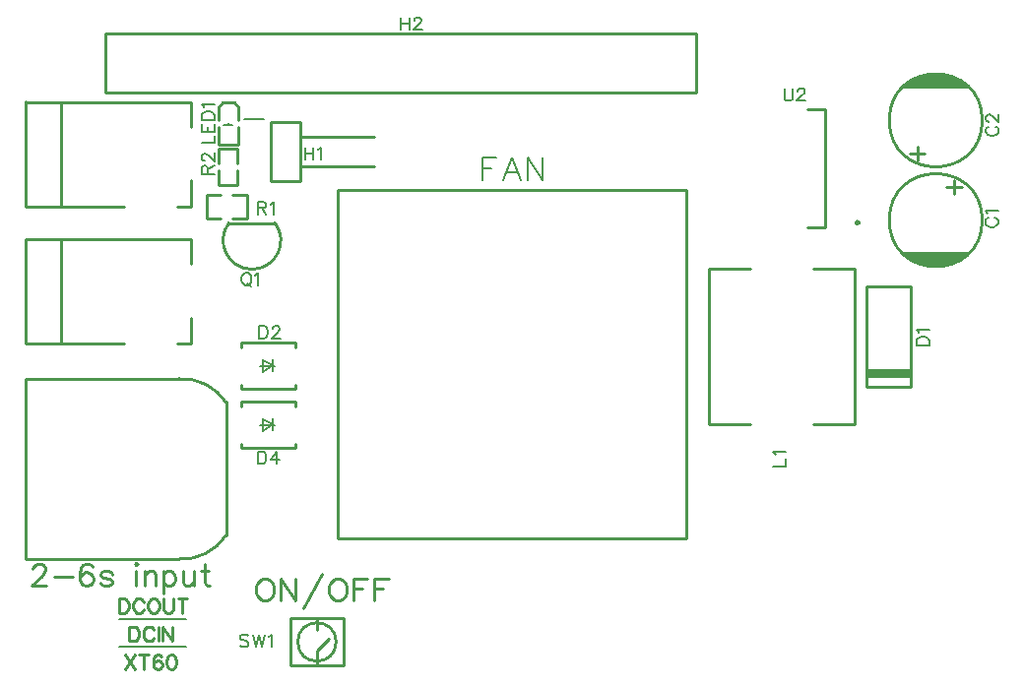
<source format=gto>
G04 Layer: TopSilkLayer*
G04 EasyEDA v6.4.19.4, 2021-05-18T12:34:38--6:00*
G04 00e3982b90714801b635961d6bcae6ed,ecfdb7ac97474c2db5e1325c5a2f7ac0,10*
G04 Gerber Generator version 0.2*
G04 Scale: 100 percent, Rotated: No, Reflected: No *
G04 Dimensions in millimeters *
G04 leading zeros omitted , absolute positions ,4 integer and 5 decimal *
%FSLAX45Y45*%
%MOMM*%

%ADD10C,0.2540*%
%ADD11C,0.2600*%
%ADD31C,0.1270*%
%ADD32C,0.2030*%
%ADD33C,0.2500*%
%ADD34C,0.2032*%
%ADD35C,0.1524*%

%LPD*%
D33*
X10105643Y-3793236D02*
G01*
X10105643Y-3784345D01*
X10114788Y-3766057D01*
X10123677Y-3756913D01*
X10141965Y-3747770D01*
X10178288Y-3747770D01*
X10196575Y-3756913D01*
X10205465Y-3766057D01*
X10214609Y-3784345D01*
X10214609Y-3802379D01*
X10205465Y-3820668D01*
X10187431Y-3847845D01*
X10096500Y-3938778D01*
X10223754Y-3938778D01*
X10283697Y-3856989D02*
G01*
X10447527Y-3856989D01*
X10616438Y-3775202D02*
G01*
X10607293Y-3756913D01*
X10580115Y-3747770D01*
X10561827Y-3747770D01*
X10534650Y-3756913D01*
X10516615Y-3784345D01*
X10507472Y-3829812D01*
X10507472Y-3875278D01*
X10516615Y-3911600D01*
X10534650Y-3929634D01*
X10561827Y-3938778D01*
X10570972Y-3938778D01*
X10598404Y-3929634D01*
X10616438Y-3911600D01*
X10625581Y-3884168D01*
X10625581Y-3875278D01*
X10616438Y-3847845D01*
X10598404Y-3829812D01*
X10570972Y-3820668D01*
X10561827Y-3820668D01*
X10534650Y-3829812D01*
X10516615Y-3847845D01*
X10507472Y-3875278D01*
X10785602Y-3838702D02*
G01*
X10776458Y-3820668D01*
X10749279Y-3811523D01*
X10721847Y-3811523D01*
X10694670Y-3820668D01*
X10685525Y-3838702D01*
X10694670Y-3856989D01*
X10712958Y-3866134D01*
X10758424Y-3875278D01*
X10776458Y-3884168D01*
X10785602Y-3902455D01*
X10785602Y-3911600D01*
X10776458Y-3929634D01*
X10749279Y-3938778D01*
X10721847Y-3938778D01*
X10694670Y-3929634D01*
X10685525Y-3911600D01*
X10985500Y-3747770D02*
G01*
X10994643Y-3756913D01*
X11003788Y-3747770D01*
X10994643Y-3738879D01*
X10985500Y-3747770D01*
X10994643Y-3811523D02*
G01*
X10994643Y-3938778D01*
X11063731Y-3811523D02*
G01*
X11063731Y-3938778D01*
X11063731Y-3847845D02*
G01*
X11091163Y-3820668D01*
X11109197Y-3811523D01*
X11136375Y-3811523D01*
X11154663Y-3820668D01*
X11163808Y-3847845D01*
X11163808Y-3938778D01*
X11223752Y-3811523D02*
G01*
X11223752Y-4002531D01*
X11223752Y-3838702D02*
G01*
X11242040Y-3820668D01*
X11260074Y-3811523D01*
X11287506Y-3811523D01*
X11305540Y-3820668D01*
X11323827Y-3838702D01*
X11332972Y-3866134D01*
X11332972Y-3884168D01*
X11323827Y-3911600D01*
X11305540Y-3929634D01*
X11287506Y-3938778D01*
X11260074Y-3938778D01*
X11242040Y-3929634D01*
X11223752Y-3911600D01*
X11392915Y-3811523D02*
G01*
X11392915Y-3902455D01*
X11402059Y-3929634D01*
X11420093Y-3938778D01*
X11447525Y-3938778D01*
X11465559Y-3929634D01*
X11492738Y-3902455D01*
X11492738Y-3811523D02*
G01*
X11492738Y-3938778D01*
X11580113Y-3747770D02*
G01*
X11580113Y-3902455D01*
X11589258Y-3929634D01*
X11607291Y-3938778D01*
X11625579Y-3938778D01*
X11552936Y-3811523D02*
G01*
X11616436Y-3811523D01*
X10845800Y-4047236D02*
G01*
X10845800Y-4171187D01*
X10845800Y-4047236D02*
G01*
X10887202Y-4047236D01*
X10904981Y-4053078D01*
X10916665Y-4064762D01*
X10922508Y-4076700D01*
X10928604Y-4094479D01*
X10928604Y-4123944D01*
X10922508Y-4141723D01*
X10916665Y-4153407D01*
X10904981Y-4165345D01*
X10887202Y-4171187D01*
X10845800Y-4171187D01*
X11056111Y-4076700D02*
G01*
X11050270Y-4064762D01*
X11038331Y-4053078D01*
X11026647Y-4047236D01*
X11003025Y-4047236D01*
X10991088Y-4053078D01*
X10979404Y-4064762D01*
X10973561Y-4076700D01*
X10967465Y-4094479D01*
X10967465Y-4123944D01*
X10973561Y-4141723D01*
X10979404Y-4153407D01*
X10991088Y-4165345D01*
X11003025Y-4171187D01*
X11026647Y-4171187D01*
X11038331Y-4165345D01*
X11050270Y-4153407D01*
X11056111Y-4141723D01*
X11130534Y-4047236D02*
G01*
X11118850Y-4053078D01*
X11106911Y-4064762D01*
X11101070Y-4076700D01*
X11095227Y-4094479D01*
X11095227Y-4123944D01*
X11101070Y-4141723D01*
X11106911Y-4153407D01*
X11118850Y-4165345D01*
X11130534Y-4171187D01*
X11154156Y-4171187D01*
X11166093Y-4165345D01*
X11177777Y-4153407D01*
X11183874Y-4141723D01*
X11189715Y-4123944D01*
X11189715Y-4094479D01*
X11183874Y-4076700D01*
X11177777Y-4064762D01*
X11166093Y-4053078D01*
X11154156Y-4047236D01*
X11130534Y-4047236D01*
X11228831Y-4047236D02*
G01*
X11228831Y-4135628D01*
X11234674Y-4153407D01*
X11246358Y-4165345D01*
X11264138Y-4171187D01*
X11276075Y-4171187D01*
X11293602Y-4165345D01*
X11305540Y-4153407D01*
X11311381Y-4135628D01*
X11311381Y-4047236D01*
X11391900Y-4047236D02*
G01*
X11391900Y-4171187D01*
X11350497Y-4047236D02*
G01*
X11433047Y-4047236D01*
D34*
X10845800Y-4221987D02*
G01*
X11418570Y-4221987D01*
X13970000Y-252221D02*
G01*
X13970000Y-446023D01*
X13970000Y-252221D02*
G01*
X14090141Y-252221D01*
X13970000Y-344423D02*
G01*
X14043913Y-344423D01*
X14225016Y-252221D02*
G01*
X14151102Y-446023D01*
X14225016Y-252221D02*
G01*
X14298929Y-446023D01*
X14178788Y-381507D02*
G01*
X14270990Y-381507D01*
X14359890Y-252221D02*
G01*
X14359890Y-446023D01*
X14359890Y-252221D02*
G01*
X14489175Y-446023D01*
X14489175Y-252221D02*
G01*
X14489175Y-446023D01*
D33*
X12082272Y-3871721D02*
G01*
X12063729Y-3880865D01*
X12045441Y-3899407D01*
X12036043Y-3917950D01*
X12026900Y-3945636D01*
X12026900Y-3991610D01*
X12036043Y-4019550D01*
X12045441Y-4037837D01*
X12063729Y-4056379D01*
X12082272Y-4065523D01*
X12119356Y-4065523D01*
X12137643Y-4056379D01*
X12156186Y-4037837D01*
X12165329Y-4019550D01*
X12174727Y-3991610D01*
X12174727Y-3945636D01*
X12165329Y-3917950D01*
X12156186Y-3899407D01*
X12137643Y-3880865D01*
X12119356Y-3871721D01*
X12082272Y-3871721D01*
X12235688Y-3871721D02*
G01*
X12235688Y-4065523D01*
X12235688Y-3871721D02*
G01*
X12364974Y-4065523D01*
X12364974Y-3871721D02*
G01*
X12364974Y-4065523D01*
X12592050Y-3834637D02*
G01*
X12425934Y-4130294D01*
X12708636Y-3871721D02*
G01*
X12690093Y-3880865D01*
X12671552Y-3899407D01*
X12662408Y-3917950D01*
X12653009Y-3945636D01*
X12653009Y-3991610D01*
X12662408Y-4019550D01*
X12671552Y-4037837D01*
X12690093Y-4056379D01*
X12708636Y-4065523D01*
X12745465Y-4065523D01*
X12764008Y-4056379D01*
X12782550Y-4037837D01*
X12791693Y-4019550D01*
X12800838Y-3991610D01*
X12800838Y-3945636D01*
X12791693Y-3917950D01*
X12782550Y-3899407D01*
X12764008Y-3880865D01*
X12745465Y-3871721D01*
X12708636Y-3871721D01*
X12861797Y-3871721D02*
G01*
X12861797Y-4065523D01*
X12861797Y-3871721D02*
G01*
X12981940Y-3871721D01*
X12861797Y-3963923D02*
G01*
X12935711Y-3963923D01*
X13042900Y-3871721D02*
G01*
X13042900Y-4065523D01*
X13042900Y-3871721D02*
G01*
X13163041Y-3871721D01*
X13042900Y-3963923D02*
G01*
X13116813Y-3963923D01*
D34*
X11925300Y81534D02*
G01*
X12091670Y81534D01*
D33*
X10934700Y-4288536D02*
G01*
X10934700Y-4412487D01*
X10934700Y-4288536D02*
G01*
X10976102Y-4288536D01*
X10993881Y-4294378D01*
X11005565Y-4306062D01*
X11011408Y-4318000D01*
X11017504Y-4335779D01*
X11017504Y-4365244D01*
X11011408Y-4383023D01*
X11005565Y-4394707D01*
X10993881Y-4406645D01*
X10976102Y-4412487D01*
X10934700Y-4412487D01*
X11145011Y-4318000D02*
G01*
X11139170Y-4306062D01*
X11127231Y-4294378D01*
X11115547Y-4288536D01*
X11091925Y-4288536D01*
X11079988Y-4294378D01*
X11068304Y-4306062D01*
X11062461Y-4318000D01*
X11056365Y-4335779D01*
X11056365Y-4365244D01*
X11062461Y-4383023D01*
X11068304Y-4394707D01*
X11079988Y-4406645D01*
X11091925Y-4412487D01*
X11115547Y-4412487D01*
X11127231Y-4406645D01*
X11139170Y-4394707D01*
X11145011Y-4383023D01*
X11184127Y-4288536D02*
G01*
X11184127Y-4412487D01*
X11222990Y-4288536D02*
G01*
X11222990Y-4412487D01*
X11222990Y-4288536D02*
G01*
X11305793Y-4412487D01*
X11305793Y-4288536D02*
G01*
X11305793Y-4412487D01*
D34*
X10845800Y-4463287D02*
G01*
X11418570Y-4463287D01*
D33*
X10896600Y-4529836D02*
G01*
X10979404Y-4653787D01*
X10979404Y-4529836D02*
G01*
X10896600Y-4653787D01*
X11059668Y-4529836D02*
G01*
X11059668Y-4653787D01*
X11018265Y-4529836D02*
G01*
X11101070Y-4529836D01*
X11211052Y-4547362D02*
G01*
X11204956Y-4535678D01*
X11187429Y-4529836D01*
X11175491Y-4529836D01*
X11157711Y-4535678D01*
X11146027Y-4553457D01*
X11139931Y-4582921D01*
X11139931Y-4612386D01*
X11146027Y-4636007D01*
X11157711Y-4647945D01*
X11175491Y-4653787D01*
X11181334Y-4653787D01*
X11199113Y-4647945D01*
X11211052Y-4636007D01*
X11216893Y-4618228D01*
X11216893Y-4612386D01*
X11211052Y-4594605D01*
X11199113Y-4582921D01*
X11181334Y-4577079D01*
X11175491Y-4577079D01*
X11157711Y-4582921D01*
X11146027Y-4594605D01*
X11139931Y-4612386D01*
X11291315Y-4529836D02*
G01*
X11273536Y-4535678D01*
X11261852Y-4553457D01*
X11255756Y-4582921D01*
X11255756Y-4600702D01*
X11261852Y-4630165D01*
X11273536Y-4647945D01*
X11291315Y-4653787D01*
X11303254Y-4653787D01*
X11320779Y-4647945D01*
X11332718Y-4630165D01*
X11338559Y-4600702D01*
X11338559Y-4582921D01*
X11332718Y-4553457D01*
X11320779Y-4535678D01*
X11303254Y-4529836D01*
X11291315Y-4529836D01*
D35*
X13271500Y953515D02*
G01*
X13271500Y844550D01*
X13344143Y953515D02*
G01*
X13344143Y844550D01*
X13271500Y901700D02*
G01*
X13344143Y901700D01*
X13383768Y927607D02*
G01*
X13383768Y932687D01*
X13388847Y943102D01*
X13394181Y948436D01*
X13404595Y953515D01*
X13425170Y953515D01*
X13435584Y948436D01*
X13440918Y943102D01*
X13445997Y932687D01*
X13445997Y922273D01*
X13440918Y911860D01*
X13430504Y896365D01*
X13378434Y844550D01*
X13451331Y844550D01*
X12052300Y-1700784D02*
G01*
X12052300Y-1809750D01*
X12052300Y-1700784D02*
G01*
X12088622Y-1700784D01*
X12104370Y-1705863D01*
X12114529Y-1716278D01*
X12119863Y-1726692D01*
X12124943Y-1742439D01*
X12124943Y-1768347D01*
X12119863Y-1783842D01*
X12114529Y-1794255D01*
X12104370Y-1804670D01*
X12088622Y-1809750D01*
X12052300Y-1809750D01*
X12164568Y-1726692D02*
G01*
X12164568Y-1721612D01*
X12169647Y-1711197D01*
X12174981Y-1705863D01*
X12185395Y-1700784D01*
X12205970Y-1700784D01*
X12216384Y-1705863D01*
X12221718Y-1711197D01*
X12226797Y-1721612D01*
X12226797Y-1732026D01*
X12221718Y-1742439D01*
X12211304Y-1757934D01*
X12159234Y-1809750D01*
X12232131Y-1809750D01*
X12039600Y-2780284D02*
G01*
X12039600Y-2889250D01*
X12039600Y-2780284D02*
G01*
X12075922Y-2780284D01*
X12091670Y-2785363D01*
X12101829Y-2795778D01*
X12107163Y-2806192D01*
X12112243Y-2821939D01*
X12112243Y-2847847D01*
X12107163Y-2863342D01*
X12101829Y-2873755D01*
X12091670Y-2884170D01*
X12075922Y-2889250D01*
X12039600Y-2889250D01*
X12198604Y-2780284D02*
G01*
X12146534Y-2852928D01*
X12224511Y-2852928D01*
X12198604Y-2780284D02*
G01*
X12198604Y-2889250D01*
X11959843Y-4370578D02*
G01*
X11949429Y-4360163D01*
X11933936Y-4355084D01*
X11913108Y-4355084D01*
X11897613Y-4360163D01*
X11887200Y-4370578D01*
X11887200Y-4380992D01*
X11892279Y-4391405D01*
X11897613Y-4396739D01*
X11908027Y-4401820D01*
X11939270Y-4412234D01*
X11949429Y-4417313D01*
X11954763Y-4422647D01*
X11959843Y-4433062D01*
X11959843Y-4448555D01*
X11949429Y-4458970D01*
X11933936Y-4464050D01*
X11913108Y-4464050D01*
X11897613Y-4458970D01*
X11887200Y-4448555D01*
X11994134Y-4355084D02*
G01*
X12020295Y-4464050D01*
X12046204Y-4355084D02*
G01*
X12020295Y-4464050D01*
X12046204Y-4355084D02*
G01*
X12072111Y-4464050D01*
X12098020Y-4355084D02*
G01*
X12072111Y-4464050D01*
X12132309Y-4375912D02*
G01*
X12142724Y-4370578D01*
X12158472Y-4355084D01*
X12158472Y-4464050D01*
X16567150Y343915D02*
G01*
X16567150Y265937D01*
X16572229Y250444D01*
X16582643Y240029D01*
X16598391Y234950D01*
X16608806Y234950D01*
X16624300Y240029D01*
X16634713Y250444D01*
X16639793Y265937D01*
X16639793Y343915D01*
X16679418Y318007D02*
G01*
X16679418Y323087D01*
X16684497Y333502D01*
X16689831Y338836D01*
X16700245Y343915D01*
X16720820Y343915D01*
X16731234Y338836D01*
X16736568Y333502D01*
X16741647Y323087D01*
X16741647Y312673D01*
X16736568Y302260D01*
X16726154Y286765D01*
X16674084Y234950D01*
X16746981Y234950D01*
X18320258Y-771397D02*
G01*
X18309843Y-776731D01*
X18299429Y-787145D01*
X18294350Y-797305D01*
X18294350Y-818134D01*
X18299429Y-828547D01*
X18309843Y-838962D01*
X18320258Y-844295D01*
X18336006Y-849376D01*
X18361913Y-849376D01*
X18377408Y-844295D01*
X18387822Y-838962D01*
X18398236Y-828547D01*
X18403316Y-818134D01*
X18403316Y-797305D01*
X18398236Y-787145D01*
X18387822Y-776731D01*
X18377408Y-771397D01*
X18315177Y-737107D02*
G01*
X18309843Y-726694D01*
X18294350Y-711200D01*
X18403316Y-711200D01*
X18325591Y14478D02*
G01*
X18315177Y9144D01*
X18304763Y-1270D01*
X18299684Y-11429D01*
X18299684Y-32257D01*
X18304763Y-42671D01*
X18315177Y-53086D01*
X18325591Y-58420D01*
X18341340Y-63500D01*
X18367248Y-63500D01*
X18382741Y-58420D01*
X18393156Y-53086D01*
X18403570Y-42671D01*
X18408650Y-32257D01*
X18408650Y-11429D01*
X18403570Y-1270D01*
X18393156Y9144D01*
X18382741Y14478D01*
X18325591Y53847D02*
G01*
X18320511Y53847D01*
X18310098Y59181D01*
X18304763Y64262D01*
X18299684Y74676D01*
X18299684Y95504D01*
X18304763Y105918D01*
X18310098Y110997D01*
X18320511Y116331D01*
X18330925Y116331D01*
X18341340Y110997D01*
X18356834Y100584D01*
X18408650Y48768D01*
X18408650Y121412D01*
X17702784Y-1866900D02*
G01*
X17811750Y-1866900D01*
X17702784Y-1866900D02*
G01*
X17702784Y-1830578D01*
X17707863Y-1814829D01*
X17718277Y-1804670D01*
X17728691Y-1799336D01*
X17744440Y-1794255D01*
X17770348Y-1794255D01*
X17785841Y-1799336D01*
X17796256Y-1804670D01*
X17806670Y-1814829D01*
X17811750Y-1830578D01*
X17811750Y-1866900D01*
X17723611Y-1759965D02*
G01*
X17718277Y-1749552D01*
X17702784Y-1733804D01*
X17811750Y-1733804D01*
X16470884Y-2908300D02*
G01*
X16579850Y-2908300D01*
X16579850Y-2908300D02*
G01*
X16579850Y-2846070D01*
X16491711Y-2811779D02*
G01*
X16486377Y-2801365D01*
X16470884Y-2785618D01*
X16579850Y-2785618D01*
X12446000Y-164084D02*
G01*
X12446000Y-273050D01*
X12518643Y-164084D02*
G01*
X12518643Y-273050D01*
X12446000Y-215900D02*
G01*
X12518643Y-215900D01*
X12552934Y-184912D02*
G01*
X12563347Y-179578D01*
X12579095Y-164084D01*
X12579095Y-273050D01*
X11555984Y-127000D02*
G01*
X11664950Y-127000D01*
X11664950Y-127000D02*
G01*
X11664950Y-64770D01*
X11555984Y-30479D02*
G01*
X11664950Y-30479D01*
X11555984Y-30479D02*
G01*
X11555984Y37084D01*
X11607800Y-30479D02*
G01*
X11607800Y11176D01*
X11664950Y-30479D02*
G01*
X11664950Y37084D01*
X11555984Y71373D02*
G01*
X11664950Y71373D01*
X11555984Y71373D02*
G01*
X11555984Y107950D01*
X11561063Y123444D01*
X11571477Y133857D01*
X11581891Y138937D01*
X11597640Y144271D01*
X11623547Y144271D01*
X11639041Y138937D01*
X11649456Y133857D01*
X11659870Y123444D01*
X11664950Y107950D01*
X11664950Y71373D01*
X11576811Y178562D02*
G01*
X11571477Y188976D01*
X11555984Y204470D01*
X11664950Y204470D01*
X11931141Y-1243584D02*
G01*
X11920727Y-1248663D01*
X11910313Y-1259078D01*
X11904979Y-1269492D01*
X11899900Y-1285239D01*
X11899900Y-1311147D01*
X11904979Y-1326642D01*
X11910313Y-1337055D01*
X11920727Y-1347470D01*
X11931141Y-1352550D01*
X11951970Y-1352550D01*
X11962129Y-1347470D01*
X11972543Y-1337055D01*
X11977877Y-1326642D01*
X11982958Y-1311147D01*
X11982958Y-1285239D01*
X11977877Y-1269492D01*
X11972543Y-1259078D01*
X11962129Y-1248663D01*
X11951970Y-1243584D01*
X11931141Y-1243584D01*
X11946636Y-1331976D02*
G01*
X11977877Y-1362963D01*
X12017247Y-1264412D02*
G01*
X12027661Y-1259078D01*
X12043409Y-1243584D01*
X12043409Y-1352550D01*
X12039600Y-633984D02*
G01*
X12039600Y-742950D01*
X12039600Y-633984D02*
G01*
X12086336Y-633984D01*
X12101829Y-639063D01*
X12107163Y-644397D01*
X12112243Y-654812D01*
X12112243Y-665226D01*
X12107163Y-675639D01*
X12101829Y-680720D01*
X12086336Y-685800D01*
X12039600Y-685800D01*
X12075922Y-685800D02*
G01*
X12112243Y-742950D01*
X12146534Y-654812D02*
G01*
X12156947Y-649478D01*
X12172695Y-633984D01*
X12172695Y-742950D01*
X11555984Y-392490D02*
G01*
X11664950Y-392490D01*
X11555984Y-392490D02*
G01*
X11555984Y-345754D01*
X11561063Y-330260D01*
X11566397Y-324926D01*
X11576811Y-319846D01*
X11587225Y-319846D01*
X11597640Y-324926D01*
X11602720Y-330260D01*
X11607800Y-345754D01*
X11607800Y-392490D01*
X11607800Y-356168D02*
G01*
X11664950Y-319846D01*
X11581891Y-280222D02*
G01*
X11576811Y-280222D01*
X11566397Y-275142D01*
X11561063Y-269808D01*
X11555984Y-259394D01*
X11555984Y-238820D01*
X11561063Y-228406D01*
X11566397Y-223072D01*
X11576811Y-217992D01*
X11587225Y-217992D01*
X11597640Y-223072D01*
X11613134Y-233486D01*
X11664950Y-285556D01*
X11664950Y-212658D01*
G36*
X17568926Y-1062380D02*
G01*
X17582896Y-1075131D01*
X17597374Y-1087272D01*
X17612410Y-1098753D01*
X17627955Y-1109573D01*
X17643906Y-1119682D01*
X17660315Y-1129131D01*
X17677130Y-1137818D01*
X17694249Y-1145794D01*
X17711724Y-1153007D01*
X17729504Y-1159459D01*
X17747589Y-1165148D01*
X17765826Y-1170025D01*
X17784318Y-1174089D01*
X17802961Y-1177391D01*
X17821706Y-1179830D01*
X17840553Y-1181455D01*
X17859451Y-1182319D01*
X17878348Y-1182319D01*
X17897246Y-1181455D01*
X17916093Y-1179830D01*
X17934838Y-1177391D01*
X17953482Y-1174089D01*
X17971973Y-1170025D01*
X17990210Y-1165148D01*
X18008295Y-1159459D01*
X18026075Y-1153007D01*
X18043550Y-1145794D01*
X18060670Y-1137818D01*
X18077484Y-1129131D01*
X18093893Y-1119682D01*
X18109844Y-1109573D01*
X18125389Y-1098753D01*
X18140426Y-1087272D01*
X18154904Y-1075131D01*
X18168874Y-1062380D01*
G37*
G36*
X17868900Y458520D02*
G01*
X17850002Y458114D01*
X17831104Y456844D01*
X17812308Y454812D01*
X17793614Y451916D01*
X17775072Y448259D01*
X17756682Y443788D01*
X17738496Y438505D01*
X17720614Y432460D01*
X17702987Y425602D01*
X17685664Y418033D01*
X17668646Y409651D01*
X17652085Y400608D01*
X17635880Y390804D01*
X17620132Y380339D01*
X17604841Y369214D01*
X17590058Y357378D01*
X17575834Y344932D01*
X17568926Y338480D01*
X18168874Y338480D01*
X18154904Y351231D01*
X18140426Y363372D01*
X18125389Y374853D01*
X18109844Y385673D01*
X18093893Y395782D01*
X18077484Y405231D01*
X18060670Y413918D01*
X18043550Y421893D01*
X18026075Y429107D01*
X18008295Y435559D01*
X17990210Y441248D01*
X17971973Y446125D01*
X17953482Y450189D01*
X17934838Y453491D01*
X17916093Y455930D01*
X17897246Y457555D01*
X17878348Y458419D01*
G37*
D11*
X12725400Y-533400D02*
G01*
X12725400Y-3530600D01*
X15722600Y-3530600D01*
X15722600Y-533400D01*
X12725400Y-533400D01*
D10*
X15811500Y812800D02*
G01*
X15811500Y304800D01*
X10731500Y812800D02*
G01*
X15811500Y812800D01*
X10731500Y812800D02*
G01*
X10731500Y304800D01*
X10731500Y304800D02*
G01*
X15811500Y304800D01*
X12363503Y-2244699D02*
G01*
X11893501Y-2244699D01*
D31*
X12085223Y-2094699D02*
G01*
X12163501Y-2040699D01*
X12085223Y-1991700D02*
G01*
X12085223Y-2093300D01*
X12167420Y-2091700D02*
G01*
X12167420Y-1990100D01*
X12183308Y-2043699D02*
G01*
X12061421Y-2043699D01*
X12163501Y-2040699D02*
G01*
X12085223Y-1992698D01*
D10*
X12363503Y-1844700D02*
G01*
X11893501Y-1844700D01*
X12363503Y-2244699D02*
G01*
X12363503Y-2203813D01*
X12363503Y-1885586D02*
G01*
X12363503Y-1844700D01*
X11893501Y-2244699D02*
G01*
X11893501Y-2203813D01*
X11893501Y-1885586D02*
G01*
X11893501Y-1844700D01*
X12363503Y-2752699D02*
G01*
X11893501Y-2752699D01*
D31*
X12085223Y-2602699D02*
G01*
X12163501Y-2548699D01*
X12085223Y-2499700D02*
G01*
X12085223Y-2601300D01*
X12167420Y-2599700D02*
G01*
X12167420Y-2498100D01*
X12183308Y-2551699D02*
G01*
X12061421Y-2551699D01*
X12163501Y-2548699D02*
G01*
X12085223Y-2500698D01*
D10*
X12363503Y-2352700D02*
G01*
X11893501Y-2352700D01*
X12363503Y-2752699D02*
G01*
X12363503Y-2711813D01*
X12363503Y-2393586D02*
G01*
X12363503Y-2352700D01*
X11893501Y-2752699D02*
G01*
X11893501Y-2711813D01*
X11893501Y-2393586D02*
G01*
X11893501Y-2352700D01*
X12319000Y-4216400D02*
G01*
X12776200Y-4216400D01*
X12776200Y-4622800D02*
G01*
X12319000Y-4622800D01*
X12547600Y-4622800D02*
G01*
X12547600Y-4495800D01*
X12649200Y-4394200D01*
X12547600Y-4216400D02*
G01*
X12547600Y-4318000D01*
X12319000Y-4216400D02*
G01*
X12319000Y-4622800D01*
X12776200Y-4622800D01*
X12776200Y-4216400D01*
X12319000Y-4216400D01*
X16764000Y165100D02*
G01*
X16917670Y165100D01*
X16917670Y-850900D01*
X16764000Y-850900D01*
X10044569Y-955128D02*
G01*
X11459578Y-955128D01*
X10044569Y-954290D02*
G01*
X10044569Y-1854288D01*
X10346829Y-955128D02*
G01*
X10346829Y-1855127D01*
X11461889Y-1169167D02*
G01*
X11461889Y-955128D01*
X11461889Y-955128D02*
G01*
X10044569Y-955128D01*
X10044569Y-955128D02*
G01*
X10044569Y-1854288D01*
X10044569Y-1854288D02*
G01*
X10887715Y-1854288D01*
X11461889Y-1628211D02*
G01*
X11461889Y-1854288D01*
X11461889Y-1854288D02*
G01*
X11345311Y-1854288D01*
X10044569Y225971D02*
G01*
X11459578Y225971D01*
X10044569Y226809D02*
G01*
X10044569Y-673188D01*
X10346829Y225971D02*
G01*
X10346829Y-674027D01*
X11461889Y11932D02*
G01*
X11461889Y225971D01*
X11461889Y225971D02*
G01*
X10044569Y225971D01*
X10044569Y225971D02*
G01*
X10044569Y-673188D01*
X10044569Y-673188D02*
G01*
X10887715Y-673188D01*
X11461889Y-447111D02*
G01*
X11461889Y-673188D01*
X11461889Y-673188D02*
G01*
X11345311Y-673188D01*
X17961589Y-505170D02*
G01*
X18096209Y-505170D01*
X18028899Y-567400D02*
G01*
X18028899Y-442940D01*
X17776210Y-218729D02*
G01*
X17641590Y-218729D01*
X17708900Y-156499D02*
G01*
X17708900Y-280959D01*
X17652497Y-2133600D02*
G01*
X17272502Y-2133600D01*
X17652497Y-2108200D02*
G01*
X17272502Y-2108200D01*
X17272502Y-1360698D02*
G01*
X17652497Y-1360698D01*
X17652497Y-2220701D02*
G01*
X17272502Y-2220701D01*
X17652497Y-1360698D02*
G01*
X17652497Y-2220701D01*
X17652497Y-2082800D02*
G01*
X17272502Y-2082800D01*
X17272502Y-2220701D02*
G01*
X17272502Y-1360698D01*
X15915398Y-2549598D02*
G01*
X15915396Y-1209601D01*
X17175391Y-2549598D02*
G01*
X17175393Y-1209601D01*
X15915398Y-2549598D02*
G01*
X16272281Y-2549598D01*
X16818508Y-2549598D02*
G01*
X17175391Y-2549598D01*
X17175393Y-1209601D02*
G01*
X16818508Y-1209601D01*
X16272281Y-1209601D02*
G01*
X15915396Y-1209601D01*
X10046154Y-3705697D02*
G01*
X10046154Y-2155789D01*
X11366192Y-2155789D02*
G01*
X10046154Y-2155789D01*
X11766242Y-3505799D02*
G01*
X11766242Y-2355687D01*
X11366192Y-3705697D02*
G01*
X10046154Y-3705697D01*
X12407900Y-76200D02*
G01*
X13042900Y-76200D01*
X12407900Y-330200D02*
G01*
X13042900Y-330200D01*
X12407900Y50800D02*
G01*
X12407900Y-457200D01*
X12153900Y-457200D01*
X12153900Y50800D01*
X12407900Y50800D01*
X11699240Y-139639D02*
G01*
X11871959Y-139639D01*
X11871959Y-139639D02*
G01*
X11871959Y7680D01*
X11699240Y-139639D02*
G01*
X11699240Y7680D01*
X11871959Y66100D02*
G01*
X11871959Y182940D01*
X11699240Y68640D02*
G01*
X11699240Y182940D01*
X11699240Y182940D02*
G01*
X11734800Y218500D01*
X11836400Y218500D01*
X11871959Y182940D01*
D32*
X11744959Y29270D02*
G01*
X11823700Y29270D01*
X11784804Y29270D02*
G01*
X11784804Y46807D01*
D10*
X11790809Y-815212D02*
G01*
X12186790Y-815212D01*
X11822899Y-775096D02*
G01*
X11947900Y-775096D01*
X11822899Y-571103D02*
G01*
X11947900Y-571103D01*
X11722900Y-775096D02*
G01*
X11597899Y-775096D01*
X11722900Y-571103D02*
G01*
X11597899Y-571103D01*
X11947903Y-775096D02*
G01*
X11947900Y-571103D01*
X11597899Y-775096D02*
G01*
X11597899Y-571103D01*
X11705597Y-485195D02*
G01*
X11865602Y-485195D01*
X11865091Y-300134D02*
G01*
X11865091Y-175138D01*
X11705087Y-300134D02*
G01*
X11705087Y-175138D01*
X11865602Y-360192D02*
G01*
X11865602Y-485195D01*
X11705597Y-360192D02*
G01*
X11705597Y-485195D01*
X11705087Y-175138D02*
G01*
X11865091Y-175138D01*
G75*
G01*
X18268950Y-787654D02*
G03*
X18268950Y-794766I-399984J-3556D01*
G75*
G01*
X17468850Y63754D02*
G03*
X17468850Y70866I399984J3556D01*
G75*
G01*
X11359749Y-2156297D02*
G02*
X11766149Y-2359497I28768J-450464D01*
G75*
G01*
X11359749Y-3705697D02*
G03*
X11766149Y-3502497I28768J450463D01*
G75*
G01*
X11790680Y-815086D02*
G03*
X12186920Y-815086I198120J-149840D01*
G75*
G01
X12712700Y-4419600D02*
G03X12712700Y-4419600I-165100J0D01*
G75*
G01
X17212310Y-812800D02*
G03X17212310Y-812800I-16510J0D01*
M02*

</source>
